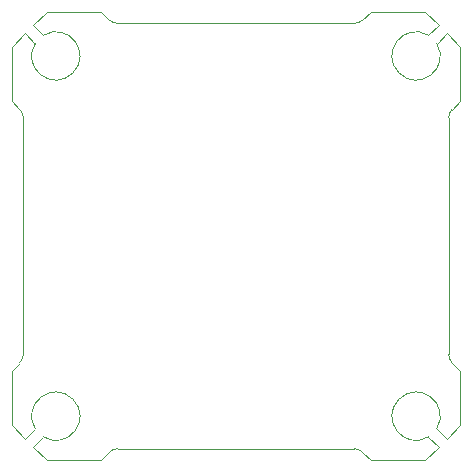
<source format=gbr>
%TF.GenerationSoftware,KiCad,Pcbnew,9.0.0-9.0.0-2~ubuntu24.04.1*%
%TF.CreationDate,2025-03-27T18:59:33+01:00*%
%TF.ProjectId,Kolibri v0.5,4b6f6c69-6272-4692-9076-302e352e6b69,rev?*%
%TF.SameCoordinates,Original*%
%TF.FileFunction,Profile,NP*%
%FSLAX46Y46*%
G04 Gerber Fmt 4.6, Leading zero omitted, Abs format (unit mm)*
G04 Created by KiCad (PCBNEW 9.0.0-9.0.0-2~ubuntu24.04.1) date 2025-03-27 18:59:33*
%MOMM*%
%LPD*%
G01*
G04 APERTURE LIST*
%TA.AperFunction,Profile*%
%ADD10C,0.050000*%
%TD*%
G04 APERTURE END LIST*
D10*
X90000000Y-82000000D02*
G75*
G02*
X89292893Y-81707107I0J1000000D01*
G01*
X83000000Y-116300000D02*
X82150000Y-117150000D01*
X118000000Y-90000000D02*
G75*
G02*
X118292893Y-89292893I1000000J0D01*
G01*
X110000000Y-118000000D02*
G75*
G02*
X110707107Y-118292893I0J-1000000D01*
G01*
X116000000Y-119000000D02*
X117150000Y-117850000D01*
X83700000Y-83000000D02*
X82850000Y-82150000D01*
X88585786Y-119000000D02*
X84000000Y-119000000D01*
X89292893Y-81707107D02*
X88585786Y-81000000D01*
X118292893Y-110707107D02*
X119000000Y-111414214D01*
X81000000Y-116000000D02*
X82150000Y-117150000D01*
X89292893Y-118292893D02*
X88585786Y-119000000D01*
X116300000Y-117000000D02*
X117150000Y-117850000D01*
X116300000Y-117000000D02*
G75*
G02*
X117000000Y-116300000I-1050000J1750000D01*
G01*
X81000000Y-111414214D02*
X81000000Y-116000000D01*
X117000000Y-116300000D02*
X117850000Y-117150000D01*
X84000000Y-81000000D02*
X82850000Y-82150000D01*
X90000000Y-82000000D02*
X110000000Y-82000000D01*
X83000000Y-83700000D02*
X82150000Y-82850000D01*
X119000000Y-88585786D02*
X119000000Y-84000000D01*
X81707107Y-89292893D02*
G75*
G02*
X82000000Y-90000000I-707107J-707107D01*
G01*
X118292893Y-89292893D02*
X119000000Y-88585786D01*
X116300000Y-83000000D02*
X117150000Y-82150000D01*
X116000000Y-81000000D02*
X117150000Y-82150000D01*
X119000000Y-111414214D02*
X119000000Y-116000000D01*
X81000000Y-88585786D02*
X81000000Y-84000000D01*
X81707107Y-110707107D02*
X81000000Y-111414214D01*
X81000000Y-84000000D02*
X82150000Y-82850000D01*
X110707107Y-81707107D02*
X111414214Y-81000000D01*
X119000000Y-116000000D02*
X117850000Y-117150000D01*
X110707107Y-81707107D02*
G75*
G02*
X110000000Y-82000000I-707107J707107D01*
G01*
X119000000Y-84000000D02*
X117850000Y-82850000D01*
X88585786Y-81000000D02*
X84000000Y-81000000D01*
X111414214Y-119000000D02*
X116000000Y-119000000D01*
X82000000Y-110000000D02*
G75*
G02*
X81707107Y-110707107I-1000000J0D01*
G01*
X83000000Y-116300000D02*
G75*
G02*
X83700000Y-117000000I1750000J1050000D01*
G01*
X117000000Y-83700000D02*
X117850000Y-82850000D01*
X83700000Y-117000000D02*
X82850000Y-117850000D01*
X117000000Y-83700000D02*
G75*
G02*
X116300000Y-83000000I-1750000J-1050000D01*
G01*
X118000000Y-90000000D02*
X118000000Y-110000000D01*
X83700000Y-83000000D02*
G75*
G02*
X83000000Y-83700000I1050000J-1750000D01*
G01*
X82000000Y-110000000D02*
X82000000Y-90000000D01*
X110707107Y-118292893D02*
X111414214Y-119000000D01*
X84000000Y-119000000D02*
X82850000Y-117850000D01*
X110000000Y-118000000D02*
X90000000Y-118000000D01*
X111414214Y-81000000D02*
X116000000Y-81000000D01*
X89292893Y-118292893D02*
G75*
G02*
X90000000Y-118000000I707107J-707107D01*
G01*
X118292893Y-110707107D02*
G75*
G02*
X118000000Y-110000000I707107J707107D01*
G01*
X81707107Y-89292893D02*
X81000000Y-88585786D01*
M02*

</source>
